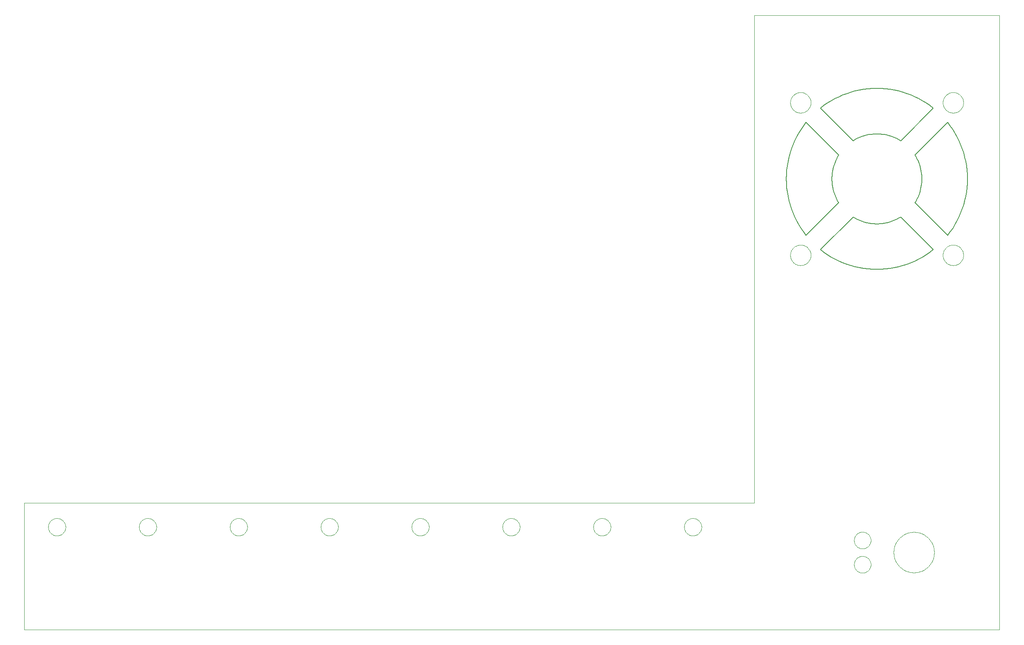
<source format=gko>
G75*
G70*
%OFA0B0*%
%FSLAX24Y24*%
%IPPOS*%
%LPD*%
%AMOC8*
5,1,8,0,0,1.08239X$1,22.5*
%
%ADD10C,0.0000*%
%ADD11C,0.0059*%
D10*
X000150Y000500D02*
X000150Y010975D01*
X060400Y010975D01*
X060400Y051225D01*
X080650Y051225D01*
X080650Y000500D01*
X000150Y000500D01*
X002119Y008975D02*
X002121Y009028D01*
X002127Y009081D01*
X002137Y009133D01*
X002150Y009185D01*
X002168Y009235D01*
X002189Y009284D01*
X002213Y009331D01*
X002241Y009376D01*
X002272Y009419D01*
X002307Y009459D01*
X002344Y009497D01*
X002384Y009532D01*
X002426Y009564D01*
X002471Y009593D01*
X002518Y009619D01*
X002566Y009641D01*
X002616Y009659D01*
X002667Y009673D01*
X002719Y009684D01*
X002772Y009691D01*
X002825Y009694D01*
X002878Y009693D01*
X002931Y009688D01*
X002983Y009679D01*
X003035Y009667D01*
X003085Y009650D01*
X003134Y009630D01*
X003182Y009606D01*
X003228Y009579D01*
X003271Y009549D01*
X003312Y009515D01*
X003351Y009479D01*
X003387Y009439D01*
X003420Y009398D01*
X003449Y009354D01*
X003476Y009307D01*
X003498Y009259D01*
X003518Y009210D01*
X003533Y009159D01*
X003545Y009107D01*
X003553Y009055D01*
X003557Y009002D01*
X003557Y008948D01*
X003553Y008895D01*
X003545Y008843D01*
X003533Y008791D01*
X003518Y008740D01*
X003498Y008691D01*
X003476Y008643D01*
X003449Y008596D01*
X003420Y008552D01*
X003387Y008511D01*
X003351Y008471D01*
X003312Y008435D01*
X003271Y008401D01*
X003228Y008371D01*
X003182Y008344D01*
X003134Y008320D01*
X003085Y008300D01*
X003035Y008283D01*
X002983Y008271D01*
X002931Y008262D01*
X002878Y008257D01*
X002825Y008256D01*
X002772Y008259D01*
X002719Y008266D01*
X002667Y008277D01*
X002616Y008291D01*
X002566Y008309D01*
X002518Y008331D01*
X002471Y008357D01*
X002426Y008386D01*
X002384Y008418D01*
X002344Y008453D01*
X002307Y008491D01*
X002272Y008531D01*
X002241Y008574D01*
X002213Y008619D01*
X002189Y008666D01*
X002168Y008715D01*
X002150Y008765D01*
X002137Y008817D01*
X002127Y008869D01*
X002121Y008922D01*
X002119Y008975D01*
X009619Y008975D02*
X009621Y009028D01*
X009627Y009081D01*
X009637Y009133D01*
X009650Y009185D01*
X009668Y009235D01*
X009689Y009284D01*
X009713Y009331D01*
X009741Y009376D01*
X009772Y009419D01*
X009807Y009459D01*
X009844Y009497D01*
X009884Y009532D01*
X009926Y009564D01*
X009971Y009593D01*
X010018Y009619D01*
X010066Y009641D01*
X010116Y009659D01*
X010167Y009673D01*
X010219Y009684D01*
X010272Y009691D01*
X010325Y009694D01*
X010378Y009693D01*
X010431Y009688D01*
X010483Y009679D01*
X010535Y009667D01*
X010585Y009650D01*
X010634Y009630D01*
X010682Y009606D01*
X010728Y009579D01*
X010771Y009549D01*
X010812Y009515D01*
X010851Y009479D01*
X010887Y009439D01*
X010920Y009398D01*
X010949Y009354D01*
X010976Y009307D01*
X010998Y009259D01*
X011018Y009210D01*
X011033Y009159D01*
X011045Y009107D01*
X011053Y009055D01*
X011057Y009002D01*
X011057Y008948D01*
X011053Y008895D01*
X011045Y008843D01*
X011033Y008791D01*
X011018Y008740D01*
X010998Y008691D01*
X010976Y008643D01*
X010949Y008596D01*
X010920Y008552D01*
X010887Y008511D01*
X010851Y008471D01*
X010812Y008435D01*
X010771Y008401D01*
X010728Y008371D01*
X010682Y008344D01*
X010634Y008320D01*
X010585Y008300D01*
X010535Y008283D01*
X010483Y008271D01*
X010431Y008262D01*
X010378Y008257D01*
X010325Y008256D01*
X010272Y008259D01*
X010219Y008266D01*
X010167Y008277D01*
X010116Y008291D01*
X010066Y008309D01*
X010018Y008331D01*
X009971Y008357D01*
X009926Y008386D01*
X009884Y008418D01*
X009844Y008453D01*
X009807Y008491D01*
X009772Y008531D01*
X009741Y008574D01*
X009713Y008619D01*
X009689Y008666D01*
X009668Y008715D01*
X009650Y008765D01*
X009637Y008817D01*
X009627Y008869D01*
X009621Y008922D01*
X009619Y008975D01*
X017119Y008975D02*
X017121Y009028D01*
X017127Y009081D01*
X017137Y009133D01*
X017150Y009185D01*
X017168Y009235D01*
X017189Y009284D01*
X017213Y009331D01*
X017241Y009376D01*
X017272Y009419D01*
X017307Y009459D01*
X017344Y009497D01*
X017384Y009532D01*
X017426Y009564D01*
X017471Y009593D01*
X017518Y009619D01*
X017566Y009641D01*
X017616Y009659D01*
X017667Y009673D01*
X017719Y009684D01*
X017772Y009691D01*
X017825Y009694D01*
X017878Y009693D01*
X017931Y009688D01*
X017983Y009679D01*
X018035Y009667D01*
X018085Y009650D01*
X018134Y009630D01*
X018182Y009606D01*
X018228Y009579D01*
X018271Y009549D01*
X018312Y009515D01*
X018351Y009479D01*
X018387Y009439D01*
X018420Y009398D01*
X018449Y009354D01*
X018476Y009307D01*
X018498Y009259D01*
X018518Y009210D01*
X018533Y009159D01*
X018545Y009107D01*
X018553Y009055D01*
X018557Y009002D01*
X018557Y008948D01*
X018553Y008895D01*
X018545Y008843D01*
X018533Y008791D01*
X018518Y008740D01*
X018498Y008691D01*
X018476Y008643D01*
X018449Y008596D01*
X018420Y008552D01*
X018387Y008511D01*
X018351Y008471D01*
X018312Y008435D01*
X018271Y008401D01*
X018228Y008371D01*
X018182Y008344D01*
X018134Y008320D01*
X018085Y008300D01*
X018035Y008283D01*
X017983Y008271D01*
X017931Y008262D01*
X017878Y008257D01*
X017825Y008256D01*
X017772Y008259D01*
X017719Y008266D01*
X017667Y008277D01*
X017616Y008291D01*
X017566Y008309D01*
X017518Y008331D01*
X017471Y008357D01*
X017426Y008386D01*
X017384Y008418D01*
X017344Y008453D01*
X017307Y008491D01*
X017272Y008531D01*
X017241Y008574D01*
X017213Y008619D01*
X017189Y008666D01*
X017168Y008715D01*
X017150Y008765D01*
X017137Y008817D01*
X017127Y008869D01*
X017121Y008922D01*
X017119Y008975D01*
X024619Y008975D02*
X024621Y009028D01*
X024627Y009081D01*
X024637Y009133D01*
X024650Y009185D01*
X024668Y009235D01*
X024689Y009284D01*
X024713Y009331D01*
X024741Y009376D01*
X024772Y009419D01*
X024807Y009459D01*
X024844Y009497D01*
X024884Y009532D01*
X024926Y009564D01*
X024971Y009593D01*
X025018Y009619D01*
X025066Y009641D01*
X025116Y009659D01*
X025167Y009673D01*
X025219Y009684D01*
X025272Y009691D01*
X025325Y009694D01*
X025378Y009693D01*
X025431Y009688D01*
X025483Y009679D01*
X025535Y009667D01*
X025585Y009650D01*
X025634Y009630D01*
X025682Y009606D01*
X025728Y009579D01*
X025771Y009549D01*
X025812Y009515D01*
X025851Y009479D01*
X025887Y009439D01*
X025920Y009398D01*
X025949Y009354D01*
X025976Y009307D01*
X025998Y009259D01*
X026018Y009210D01*
X026033Y009159D01*
X026045Y009107D01*
X026053Y009055D01*
X026057Y009002D01*
X026057Y008948D01*
X026053Y008895D01*
X026045Y008843D01*
X026033Y008791D01*
X026018Y008740D01*
X025998Y008691D01*
X025976Y008643D01*
X025949Y008596D01*
X025920Y008552D01*
X025887Y008511D01*
X025851Y008471D01*
X025812Y008435D01*
X025771Y008401D01*
X025728Y008371D01*
X025682Y008344D01*
X025634Y008320D01*
X025585Y008300D01*
X025535Y008283D01*
X025483Y008271D01*
X025431Y008262D01*
X025378Y008257D01*
X025325Y008256D01*
X025272Y008259D01*
X025219Y008266D01*
X025167Y008277D01*
X025116Y008291D01*
X025066Y008309D01*
X025018Y008331D01*
X024971Y008357D01*
X024926Y008386D01*
X024884Y008418D01*
X024844Y008453D01*
X024807Y008491D01*
X024772Y008531D01*
X024741Y008574D01*
X024713Y008619D01*
X024689Y008666D01*
X024668Y008715D01*
X024650Y008765D01*
X024637Y008817D01*
X024627Y008869D01*
X024621Y008922D01*
X024619Y008975D01*
X032119Y008975D02*
X032121Y009028D01*
X032127Y009081D01*
X032137Y009133D01*
X032150Y009185D01*
X032168Y009235D01*
X032189Y009284D01*
X032213Y009331D01*
X032241Y009376D01*
X032272Y009419D01*
X032307Y009459D01*
X032344Y009497D01*
X032384Y009532D01*
X032426Y009564D01*
X032471Y009593D01*
X032518Y009619D01*
X032566Y009641D01*
X032616Y009659D01*
X032667Y009673D01*
X032719Y009684D01*
X032772Y009691D01*
X032825Y009694D01*
X032878Y009693D01*
X032931Y009688D01*
X032983Y009679D01*
X033035Y009667D01*
X033085Y009650D01*
X033134Y009630D01*
X033182Y009606D01*
X033228Y009579D01*
X033271Y009549D01*
X033312Y009515D01*
X033351Y009479D01*
X033387Y009439D01*
X033420Y009398D01*
X033449Y009354D01*
X033476Y009307D01*
X033498Y009259D01*
X033518Y009210D01*
X033533Y009159D01*
X033545Y009107D01*
X033553Y009055D01*
X033557Y009002D01*
X033557Y008948D01*
X033553Y008895D01*
X033545Y008843D01*
X033533Y008791D01*
X033518Y008740D01*
X033498Y008691D01*
X033476Y008643D01*
X033449Y008596D01*
X033420Y008552D01*
X033387Y008511D01*
X033351Y008471D01*
X033312Y008435D01*
X033271Y008401D01*
X033228Y008371D01*
X033182Y008344D01*
X033134Y008320D01*
X033085Y008300D01*
X033035Y008283D01*
X032983Y008271D01*
X032931Y008262D01*
X032878Y008257D01*
X032825Y008256D01*
X032772Y008259D01*
X032719Y008266D01*
X032667Y008277D01*
X032616Y008291D01*
X032566Y008309D01*
X032518Y008331D01*
X032471Y008357D01*
X032426Y008386D01*
X032384Y008418D01*
X032344Y008453D01*
X032307Y008491D01*
X032272Y008531D01*
X032241Y008574D01*
X032213Y008619D01*
X032189Y008666D01*
X032168Y008715D01*
X032150Y008765D01*
X032137Y008817D01*
X032127Y008869D01*
X032121Y008922D01*
X032119Y008975D01*
X039619Y008975D02*
X039621Y009028D01*
X039627Y009081D01*
X039637Y009133D01*
X039650Y009185D01*
X039668Y009235D01*
X039689Y009284D01*
X039713Y009331D01*
X039741Y009376D01*
X039772Y009419D01*
X039807Y009459D01*
X039844Y009497D01*
X039884Y009532D01*
X039926Y009564D01*
X039971Y009593D01*
X040018Y009619D01*
X040066Y009641D01*
X040116Y009659D01*
X040167Y009673D01*
X040219Y009684D01*
X040272Y009691D01*
X040325Y009694D01*
X040378Y009693D01*
X040431Y009688D01*
X040483Y009679D01*
X040535Y009667D01*
X040585Y009650D01*
X040634Y009630D01*
X040682Y009606D01*
X040728Y009579D01*
X040771Y009549D01*
X040812Y009515D01*
X040851Y009479D01*
X040887Y009439D01*
X040920Y009398D01*
X040949Y009354D01*
X040976Y009307D01*
X040998Y009259D01*
X041018Y009210D01*
X041033Y009159D01*
X041045Y009107D01*
X041053Y009055D01*
X041057Y009002D01*
X041057Y008948D01*
X041053Y008895D01*
X041045Y008843D01*
X041033Y008791D01*
X041018Y008740D01*
X040998Y008691D01*
X040976Y008643D01*
X040949Y008596D01*
X040920Y008552D01*
X040887Y008511D01*
X040851Y008471D01*
X040812Y008435D01*
X040771Y008401D01*
X040728Y008371D01*
X040682Y008344D01*
X040634Y008320D01*
X040585Y008300D01*
X040535Y008283D01*
X040483Y008271D01*
X040431Y008262D01*
X040378Y008257D01*
X040325Y008256D01*
X040272Y008259D01*
X040219Y008266D01*
X040167Y008277D01*
X040116Y008291D01*
X040066Y008309D01*
X040018Y008331D01*
X039971Y008357D01*
X039926Y008386D01*
X039884Y008418D01*
X039844Y008453D01*
X039807Y008491D01*
X039772Y008531D01*
X039741Y008574D01*
X039713Y008619D01*
X039689Y008666D01*
X039668Y008715D01*
X039650Y008765D01*
X039637Y008817D01*
X039627Y008869D01*
X039621Y008922D01*
X039619Y008975D01*
X047119Y008975D02*
X047121Y009028D01*
X047127Y009081D01*
X047137Y009133D01*
X047150Y009185D01*
X047168Y009235D01*
X047189Y009284D01*
X047213Y009331D01*
X047241Y009376D01*
X047272Y009419D01*
X047307Y009459D01*
X047344Y009497D01*
X047384Y009532D01*
X047426Y009564D01*
X047471Y009593D01*
X047518Y009619D01*
X047566Y009641D01*
X047616Y009659D01*
X047667Y009673D01*
X047719Y009684D01*
X047772Y009691D01*
X047825Y009694D01*
X047878Y009693D01*
X047931Y009688D01*
X047983Y009679D01*
X048035Y009667D01*
X048085Y009650D01*
X048134Y009630D01*
X048182Y009606D01*
X048228Y009579D01*
X048271Y009549D01*
X048312Y009515D01*
X048351Y009479D01*
X048387Y009439D01*
X048420Y009398D01*
X048449Y009354D01*
X048476Y009307D01*
X048498Y009259D01*
X048518Y009210D01*
X048533Y009159D01*
X048545Y009107D01*
X048553Y009055D01*
X048557Y009002D01*
X048557Y008948D01*
X048553Y008895D01*
X048545Y008843D01*
X048533Y008791D01*
X048518Y008740D01*
X048498Y008691D01*
X048476Y008643D01*
X048449Y008596D01*
X048420Y008552D01*
X048387Y008511D01*
X048351Y008471D01*
X048312Y008435D01*
X048271Y008401D01*
X048228Y008371D01*
X048182Y008344D01*
X048134Y008320D01*
X048085Y008300D01*
X048035Y008283D01*
X047983Y008271D01*
X047931Y008262D01*
X047878Y008257D01*
X047825Y008256D01*
X047772Y008259D01*
X047719Y008266D01*
X047667Y008277D01*
X047616Y008291D01*
X047566Y008309D01*
X047518Y008331D01*
X047471Y008357D01*
X047426Y008386D01*
X047384Y008418D01*
X047344Y008453D01*
X047307Y008491D01*
X047272Y008531D01*
X047241Y008574D01*
X047213Y008619D01*
X047189Y008666D01*
X047168Y008715D01*
X047150Y008765D01*
X047137Y008817D01*
X047127Y008869D01*
X047121Y008922D01*
X047119Y008975D01*
X054619Y008975D02*
X054621Y009028D01*
X054627Y009081D01*
X054637Y009133D01*
X054650Y009185D01*
X054668Y009235D01*
X054689Y009284D01*
X054713Y009331D01*
X054741Y009376D01*
X054772Y009419D01*
X054807Y009459D01*
X054844Y009497D01*
X054884Y009532D01*
X054926Y009564D01*
X054971Y009593D01*
X055018Y009619D01*
X055066Y009641D01*
X055116Y009659D01*
X055167Y009673D01*
X055219Y009684D01*
X055272Y009691D01*
X055325Y009694D01*
X055378Y009693D01*
X055431Y009688D01*
X055483Y009679D01*
X055535Y009667D01*
X055585Y009650D01*
X055634Y009630D01*
X055682Y009606D01*
X055728Y009579D01*
X055771Y009549D01*
X055812Y009515D01*
X055851Y009479D01*
X055887Y009439D01*
X055920Y009398D01*
X055949Y009354D01*
X055976Y009307D01*
X055998Y009259D01*
X056018Y009210D01*
X056033Y009159D01*
X056045Y009107D01*
X056053Y009055D01*
X056057Y009002D01*
X056057Y008948D01*
X056053Y008895D01*
X056045Y008843D01*
X056033Y008791D01*
X056018Y008740D01*
X055998Y008691D01*
X055976Y008643D01*
X055949Y008596D01*
X055920Y008552D01*
X055887Y008511D01*
X055851Y008471D01*
X055812Y008435D01*
X055771Y008401D01*
X055728Y008371D01*
X055682Y008344D01*
X055634Y008320D01*
X055585Y008300D01*
X055535Y008283D01*
X055483Y008271D01*
X055431Y008262D01*
X055378Y008257D01*
X055325Y008256D01*
X055272Y008259D01*
X055219Y008266D01*
X055167Y008277D01*
X055116Y008291D01*
X055066Y008309D01*
X055018Y008331D01*
X054971Y008357D01*
X054926Y008386D01*
X054884Y008418D01*
X054844Y008453D01*
X054807Y008491D01*
X054772Y008531D01*
X054741Y008574D01*
X054713Y008619D01*
X054689Y008666D01*
X054668Y008715D01*
X054650Y008765D01*
X054637Y008817D01*
X054627Y008869D01*
X054621Y008922D01*
X054619Y008975D01*
X068649Y007875D02*
X068651Y007927D01*
X068657Y007979D01*
X068667Y008030D01*
X068680Y008080D01*
X068698Y008130D01*
X068719Y008177D01*
X068743Y008223D01*
X068772Y008267D01*
X068803Y008309D01*
X068837Y008348D01*
X068874Y008385D01*
X068914Y008418D01*
X068957Y008449D01*
X069001Y008476D01*
X069047Y008500D01*
X069096Y008520D01*
X069145Y008536D01*
X069196Y008549D01*
X069247Y008558D01*
X069299Y008563D01*
X069351Y008564D01*
X069403Y008561D01*
X069455Y008554D01*
X069506Y008543D01*
X069556Y008529D01*
X069605Y008510D01*
X069652Y008488D01*
X069697Y008463D01*
X069741Y008434D01*
X069782Y008402D01*
X069821Y008367D01*
X069856Y008329D01*
X069889Y008288D01*
X069919Y008246D01*
X069945Y008201D01*
X069968Y008154D01*
X069987Y008105D01*
X070003Y008055D01*
X070015Y008005D01*
X070023Y007953D01*
X070027Y007901D01*
X070027Y007849D01*
X070023Y007797D01*
X070015Y007745D01*
X070003Y007695D01*
X069987Y007645D01*
X069968Y007596D01*
X069945Y007549D01*
X069919Y007504D01*
X069889Y007462D01*
X069856Y007421D01*
X069821Y007383D01*
X069782Y007348D01*
X069741Y007316D01*
X069697Y007287D01*
X069652Y007262D01*
X069605Y007240D01*
X069556Y007221D01*
X069506Y007207D01*
X069455Y007196D01*
X069403Y007189D01*
X069351Y007186D01*
X069299Y007187D01*
X069247Y007192D01*
X069196Y007201D01*
X069145Y007214D01*
X069096Y007230D01*
X069047Y007250D01*
X069001Y007274D01*
X068957Y007301D01*
X068914Y007332D01*
X068874Y007365D01*
X068837Y007402D01*
X068803Y007441D01*
X068772Y007483D01*
X068743Y007527D01*
X068719Y007573D01*
X068698Y007620D01*
X068680Y007670D01*
X068667Y007720D01*
X068657Y007771D01*
X068651Y007823D01*
X068649Y007875D01*
X068649Y005875D02*
X068651Y005927D01*
X068657Y005979D01*
X068667Y006030D01*
X068680Y006080D01*
X068698Y006130D01*
X068719Y006177D01*
X068743Y006223D01*
X068772Y006267D01*
X068803Y006309D01*
X068837Y006348D01*
X068874Y006385D01*
X068914Y006418D01*
X068957Y006449D01*
X069001Y006476D01*
X069047Y006500D01*
X069096Y006520D01*
X069145Y006536D01*
X069196Y006549D01*
X069247Y006558D01*
X069299Y006563D01*
X069351Y006564D01*
X069403Y006561D01*
X069455Y006554D01*
X069506Y006543D01*
X069556Y006529D01*
X069605Y006510D01*
X069652Y006488D01*
X069697Y006463D01*
X069741Y006434D01*
X069782Y006402D01*
X069821Y006367D01*
X069856Y006329D01*
X069889Y006288D01*
X069919Y006246D01*
X069945Y006201D01*
X069968Y006154D01*
X069987Y006105D01*
X070003Y006055D01*
X070015Y006005D01*
X070023Y005953D01*
X070027Y005901D01*
X070027Y005849D01*
X070023Y005797D01*
X070015Y005745D01*
X070003Y005695D01*
X069987Y005645D01*
X069968Y005596D01*
X069945Y005549D01*
X069919Y005504D01*
X069889Y005462D01*
X069856Y005421D01*
X069821Y005383D01*
X069782Y005348D01*
X069741Y005316D01*
X069697Y005287D01*
X069652Y005262D01*
X069605Y005240D01*
X069556Y005221D01*
X069506Y005207D01*
X069455Y005196D01*
X069403Y005189D01*
X069351Y005186D01*
X069299Y005187D01*
X069247Y005192D01*
X069196Y005201D01*
X069145Y005214D01*
X069096Y005230D01*
X069047Y005250D01*
X069001Y005274D01*
X068957Y005301D01*
X068914Y005332D01*
X068874Y005365D01*
X068837Y005402D01*
X068803Y005441D01*
X068772Y005483D01*
X068743Y005527D01*
X068719Y005573D01*
X068698Y005620D01*
X068680Y005670D01*
X068667Y005720D01*
X068657Y005771D01*
X068651Y005823D01*
X068649Y005875D01*
X071915Y006883D02*
X071917Y006965D01*
X071923Y007047D01*
X071933Y007128D01*
X071947Y007209D01*
X071965Y007290D01*
X071987Y007369D01*
X072013Y007447D01*
X072042Y007523D01*
X072076Y007598D01*
X072113Y007672D01*
X072153Y007743D01*
X072197Y007812D01*
X072244Y007880D01*
X072295Y007944D01*
X072348Y008007D01*
X072405Y008066D01*
X072464Y008123D01*
X072527Y008176D01*
X072591Y008227D01*
X072659Y008274D01*
X072728Y008318D01*
X072799Y008358D01*
X072873Y008395D01*
X072948Y008429D01*
X073024Y008458D01*
X073102Y008484D01*
X073181Y008506D01*
X073262Y008524D01*
X073343Y008538D01*
X073424Y008548D01*
X073506Y008554D01*
X073588Y008556D01*
X073670Y008554D01*
X073752Y008548D01*
X073833Y008538D01*
X073914Y008524D01*
X073995Y008506D01*
X074074Y008484D01*
X074152Y008458D01*
X074228Y008429D01*
X074303Y008395D01*
X074377Y008358D01*
X074448Y008318D01*
X074517Y008274D01*
X074585Y008227D01*
X074649Y008176D01*
X074712Y008123D01*
X074771Y008066D01*
X074828Y008007D01*
X074881Y007944D01*
X074932Y007880D01*
X074979Y007812D01*
X075023Y007743D01*
X075063Y007672D01*
X075100Y007598D01*
X075134Y007523D01*
X075163Y007447D01*
X075189Y007369D01*
X075211Y007290D01*
X075229Y007209D01*
X075243Y007128D01*
X075253Y007047D01*
X075259Y006965D01*
X075261Y006883D01*
X075259Y006801D01*
X075253Y006719D01*
X075243Y006638D01*
X075229Y006557D01*
X075211Y006476D01*
X075189Y006397D01*
X075163Y006319D01*
X075134Y006243D01*
X075100Y006168D01*
X075063Y006094D01*
X075023Y006023D01*
X074979Y005954D01*
X074932Y005886D01*
X074881Y005822D01*
X074828Y005759D01*
X074771Y005700D01*
X074712Y005643D01*
X074649Y005590D01*
X074585Y005539D01*
X074517Y005492D01*
X074448Y005448D01*
X074377Y005408D01*
X074303Y005371D01*
X074228Y005337D01*
X074152Y005308D01*
X074074Y005282D01*
X073995Y005260D01*
X073914Y005242D01*
X073833Y005228D01*
X073752Y005218D01*
X073670Y005212D01*
X073588Y005210D01*
X073506Y005212D01*
X073424Y005218D01*
X073343Y005228D01*
X073262Y005242D01*
X073181Y005260D01*
X073102Y005282D01*
X073024Y005308D01*
X072948Y005337D01*
X072873Y005371D01*
X072799Y005408D01*
X072728Y005448D01*
X072659Y005492D01*
X072591Y005539D01*
X072527Y005590D01*
X072464Y005643D01*
X072405Y005700D01*
X072348Y005759D01*
X072295Y005822D01*
X072244Y005886D01*
X072197Y005954D01*
X072153Y006023D01*
X072113Y006094D01*
X072076Y006168D01*
X072042Y006243D01*
X072013Y006319D01*
X071987Y006397D01*
X071965Y006476D01*
X071947Y006557D01*
X071933Y006638D01*
X071923Y006719D01*
X071917Y006801D01*
X071915Y006883D01*
X075978Y031426D02*
X075980Y031484D01*
X075986Y031541D01*
X075996Y031598D01*
X076009Y031654D01*
X076027Y031709D01*
X076048Y031763D01*
X076073Y031815D01*
X076101Y031866D01*
X076133Y031914D01*
X076168Y031960D01*
X076206Y032003D01*
X076247Y032044D01*
X076290Y032082D01*
X076336Y032117D01*
X076384Y032149D01*
X076435Y032177D01*
X076487Y032202D01*
X076541Y032223D01*
X076596Y032241D01*
X076652Y032254D01*
X076709Y032264D01*
X076766Y032270D01*
X076824Y032272D01*
X076882Y032270D01*
X076939Y032264D01*
X076996Y032254D01*
X077052Y032241D01*
X077107Y032223D01*
X077161Y032202D01*
X077213Y032177D01*
X077264Y032149D01*
X077312Y032117D01*
X077358Y032082D01*
X077401Y032044D01*
X077442Y032003D01*
X077480Y031960D01*
X077515Y031914D01*
X077547Y031866D01*
X077575Y031815D01*
X077600Y031763D01*
X077621Y031709D01*
X077639Y031654D01*
X077652Y031598D01*
X077662Y031541D01*
X077668Y031484D01*
X077670Y031426D01*
X077668Y031368D01*
X077662Y031311D01*
X077652Y031254D01*
X077639Y031198D01*
X077621Y031143D01*
X077600Y031089D01*
X077575Y031037D01*
X077547Y030986D01*
X077515Y030938D01*
X077480Y030892D01*
X077442Y030849D01*
X077401Y030808D01*
X077358Y030770D01*
X077312Y030735D01*
X077264Y030703D01*
X077213Y030675D01*
X077161Y030650D01*
X077107Y030629D01*
X077052Y030611D01*
X076996Y030598D01*
X076939Y030588D01*
X076882Y030582D01*
X076824Y030580D01*
X076766Y030582D01*
X076709Y030588D01*
X076652Y030598D01*
X076596Y030611D01*
X076541Y030629D01*
X076487Y030650D01*
X076435Y030675D01*
X076384Y030703D01*
X076336Y030735D01*
X076290Y030770D01*
X076247Y030808D01*
X076206Y030849D01*
X076168Y030892D01*
X076133Y030938D01*
X076101Y030986D01*
X076073Y031037D01*
X076048Y031089D01*
X076027Y031143D01*
X076009Y031198D01*
X075996Y031254D01*
X075986Y031311D01*
X075980Y031368D01*
X075978Y031426D01*
X063380Y031426D02*
X063382Y031484D01*
X063388Y031541D01*
X063398Y031598D01*
X063411Y031654D01*
X063429Y031709D01*
X063450Y031763D01*
X063475Y031815D01*
X063503Y031866D01*
X063535Y031914D01*
X063570Y031960D01*
X063608Y032003D01*
X063649Y032044D01*
X063692Y032082D01*
X063738Y032117D01*
X063786Y032149D01*
X063837Y032177D01*
X063889Y032202D01*
X063943Y032223D01*
X063998Y032241D01*
X064054Y032254D01*
X064111Y032264D01*
X064168Y032270D01*
X064226Y032272D01*
X064284Y032270D01*
X064341Y032264D01*
X064398Y032254D01*
X064454Y032241D01*
X064509Y032223D01*
X064563Y032202D01*
X064615Y032177D01*
X064666Y032149D01*
X064714Y032117D01*
X064760Y032082D01*
X064803Y032044D01*
X064844Y032003D01*
X064882Y031960D01*
X064917Y031914D01*
X064949Y031866D01*
X064977Y031815D01*
X065002Y031763D01*
X065023Y031709D01*
X065041Y031654D01*
X065054Y031598D01*
X065064Y031541D01*
X065070Y031484D01*
X065072Y031426D01*
X065070Y031368D01*
X065064Y031311D01*
X065054Y031254D01*
X065041Y031198D01*
X065023Y031143D01*
X065002Y031089D01*
X064977Y031037D01*
X064949Y030986D01*
X064917Y030938D01*
X064882Y030892D01*
X064844Y030849D01*
X064803Y030808D01*
X064760Y030770D01*
X064714Y030735D01*
X064666Y030703D01*
X064615Y030675D01*
X064563Y030650D01*
X064509Y030629D01*
X064454Y030611D01*
X064398Y030598D01*
X064341Y030588D01*
X064284Y030582D01*
X064226Y030580D01*
X064168Y030582D01*
X064111Y030588D01*
X064054Y030598D01*
X063998Y030611D01*
X063943Y030629D01*
X063889Y030650D01*
X063837Y030675D01*
X063786Y030703D01*
X063738Y030735D01*
X063692Y030770D01*
X063649Y030808D01*
X063608Y030849D01*
X063570Y030892D01*
X063535Y030938D01*
X063503Y030986D01*
X063475Y031037D01*
X063450Y031089D01*
X063429Y031143D01*
X063411Y031198D01*
X063398Y031254D01*
X063388Y031311D01*
X063382Y031368D01*
X063380Y031426D01*
X063380Y044024D02*
X063382Y044082D01*
X063388Y044139D01*
X063398Y044196D01*
X063411Y044252D01*
X063429Y044307D01*
X063450Y044361D01*
X063475Y044413D01*
X063503Y044464D01*
X063535Y044512D01*
X063570Y044558D01*
X063608Y044601D01*
X063649Y044642D01*
X063692Y044680D01*
X063738Y044715D01*
X063786Y044747D01*
X063837Y044775D01*
X063889Y044800D01*
X063943Y044821D01*
X063998Y044839D01*
X064054Y044852D01*
X064111Y044862D01*
X064168Y044868D01*
X064226Y044870D01*
X064284Y044868D01*
X064341Y044862D01*
X064398Y044852D01*
X064454Y044839D01*
X064509Y044821D01*
X064563Y044800D01*
X064615Y044775D01*
X064666Y044747D01*
X064714Y044715D01*
X064760Y044680D01*
X064803Y044642D01*
X064844Y044601D01*
X064882Y044558D01*
X064917Y044512D01*
X064949Y044464D01*
X064977Y044413D01*
X065002Y044361D01*
X065023Y044307D01*
X065041Y044252D01*
X065054Y044196D01*
X065064Y044139D01*
X065070Y044082D01*
X065072Y044024D01*
X065070Y043966D01*
X065064Y043909D01*
X065054Y043852D01*
X065041Y043796D01*
X065023Y043741D01*
X065002Y043687D01*
X064977Y043635D01*
X064949Y043584D01*
X064917Y043536D01*
X064882Y043490D01*
X064844Y043447D01*
X064803Y043406D01*
X064760Y043368D01*
X064714Y043333D01*
X064666Y043301D01*
X064615Y043273D01*
X064563Y043248D01*
X064509Y043227D01*
X064454Y043209D01*
X064398Y043196D01*
X064341Y043186D01*
X064284Y043180D01*
X064226Y043178D01*
X064168Y043180D01*
X064111Y043186D01*
X064054Y043196D01*
X063998Y043209D01*
X063943Y043227D01*
X063889Y043248D01*
X063837Y043273D01*
X063786Y043301D01*
X063738Y043333D01*
X063692Y043368D01*
X063649Y043406D01*
X063608Y043447D01*
X063570Y043490D01*
X063535Y043536D01*
X063503Y043584D01*
X063475Y043635D01*
X063450Y043687D01*
X063429Y043741D01*
X063411Y043796D01*
X063398Y043852D01*
X063388Y043909D01*
X063382Y043966D01*
X063380Y044024D01*
X075978Y044024D02*
X075980Y044082D01*
X075986Y044139D01*
X075996Y044196D01*
X076009Y044252D01*
X076027Y044307D01*
X076048Y044361D01*
X076073Y044413D01*
X076101Y044464D01*
X076133Y044512D01*
X076168Y044558D01*
X076206Y044601D01*
X076247Y044642D01*
X076290Y044680D01*
X076336Y044715D01*
X076384Y044747D01*
X076435Y044775D01*
X076487Y044800D01*
X076541Y044821D01*
X076596Y044839D01*
X076652Y044852D01*
X076709Y044862D01*
X076766Y044868D01*
X076824Y044870D01*
X076882Y044868D01*
X076939Y044862D01*
X076996Y044852D01*
X077052Y044839D01*
X077107Y044821D01*
X077161Y044800D01*
X077213Y044775D01*
X077264Y044747D01*
X077312Y044715D01*
X077358Y044680D01*
X077401Y044642D01*
X077442Y044601D01*
X077480Y044558D01*
X077515Y044512D01*
X077547Y044464D01*
X077575Y044413D01*
X077600Y044361D01*
X077621Y044307D01*
X077639Y044252D01*
X077652Y044196D01*
X077662Y044139D01*
X077668Y044082D01*
X077670Y044024D01*
X077668Y043966D01*
X077662Y043909D01*
X077652Y043852D01*
X077639Y043796D01*
X077621Y043741D01*
X077600Y043687D01*
X077575Y043635D01*
X077547Y043584D01*
X077515Y043536D01*
X077480Y043490D01*
X077442Y043447D01*
X077401Y043406D01*
X077358Y043368D01*
X077312Y043333D01*
X077264Y043301D01*
X077213Y043273D01*
X077161Y043248D01*
X077107Y043227D01*
X077052Y043209D01*
X076996Y043196D01*
X076939Y043186D01*
X076882Y043180D01*
X076824Y043178D01*
X076766Y043180D01*
X076709Y043186D01*
X076652Y043196D01*
X076596Y043209D01*
X076541Y043227D01*
X076487Y043248D01*
X076435Y043273D01*
X076384Y043301D01*
X076336Y043333D01*
X076290Y043368D01*
X076247Y043406D01*
X076206Y043447D01*
X076168Y043490D01*
X076133Y043536D01*
X076101Y043584D01*
X076073Y043635D01*
X076048Y043687D01*
X076027Y043741D01*
X076009Y043796D01*
X075996Y043852D01*
X075986Y043909D01*
X075980Y043966D01*
X075978Y044024D01*
D11*
X075187Y043568D02*
X072494Y040875D01*
X073675Y039694D02*
X076368Y042387D01*
X076585Y042101D01*
X076789Y041804D01*
X076978Y041498D01*
X077152Y041184D01*
X077310Y040861D01*
X077453Y040531D01*
X077580Y040195D01*
X077691Y039853D01*
X077785Y039506D01*
X077862Y039154D01*
X077922Y038800D01*
X077965Y038443D01*
X077991Y038084D01*
X078000Y037725D01*
X077991Y037366D01*
X077965Y037007D01*
X077922Y036650D01*
X077862Y036296D01*
X077785Y035944D01*
X077691Y035597D01*
X077580Y035255D01*
X077453Y034919D01*
X077310Y034589D01*
X077152Y034266D01*
X076978Y033952D01*
X076789Y033646D01*
X076585Y033349D01*
X076368Y033063D01*
X073675Y035756D01*
X072494Y034575D02*
X075187Y031882D01*
X068556Y034575D02*
X065863Y031882D01*
X064682Y033063D02*
X067375Y035756D01*
X065863Y043568D02*
X066149Y043785D01*
X066446Y043989D01*
X066752Y044178D01*
X067066Y044352D01*
X067389Y044510D01*
X067719Y044653D01*
X068055Y044780D01*
X068397Y044891D01*
X068744Y044985D01*
X069096Y045062D01*
X069450Y045122D01*
X069807Y045165D01*
X070166Y045191D01*
X070525Y045200D01*
X070884Y045191D01*
X071243Y045165D01*
X071600Y045122D01*
X071954Y045062D01*
X072306Y044985D01*
X072653Y044891D01*
X072995Y044780D01*
X073331Y044653D01*
X073661Y044510D01*
X073984Y044352D01*
X074298Y044178D01*
X074604Y043989D01*
X074901Y043785D01*
X075187Y043568D01*
X068556Y040875D02*
X065863Y043568D01*
X064682Y042387D02*
X067375Y039694D01*
X064682Y042387D02*
X064465Y042101D01*
X064261Y041804D01*
X064072Y041498D01*
X063898Y041184D01*
X063740Y040861D01*
X063597Y040531D01*
X063470Y040195D01*
X063359Y039853D01*
X063265Y039506D01*
X063188Y039154D01*
X063128Y038800D01*
X063085Y038443D01*
X063059Y038084D01*
X063050Y037725D01*
X063059Y037366D01*
X063085Y037007D01*
X063128Y036650D01*
X063188Y036296D01*
X063265Y035944D01*
X063359Y035597D01*
X063470Y035255D01*
X063597Y034919D01*
X063740Y034589D01*
X063898Y034266D01*
X064072Y033952D01*
X064261Y033646D01*
X064465Y033349D01*
X064682Y033063D01*
X073674Y035757D02*
X073766Y035912D01*
X073851Y036071D01*
X073927Y036235D01*
X073995Y036402D01*
X074055Y036572D01*
X074107Y036745D01*
X074151Y036920D01*
X074185Y037097D01*
X074212Y037275D01*
X074229Y037455D01*
X074238Y037635D01*
X074238Y037815D01*
X074229Y037995D01*
X074212Y038175D01*
X074185Y038353D01*
X074151Y038530D01*
X074107Y038705D01*
X074055Y038878D01*
X073995Y039048D01*
X073927Y039215D01*
X073851Y039379D01*
X073766Y039538D01*
X073674Y039693D01*
X075187Y031882D02*
X074901Y031665D01*
X074604Y031461D01*
X074298Y031272D01*
X073984Y031098D01*
X073661Y030940D01*
X073331Y030797D01*
X072995Y030670D01*
X072653Y030559D01*
X072306Y030465D01*
X071954Y030388D01*
X071600Y030328D01*
X071243Y030285D01*
X070884Y030259D01*
X070525Y030250D01*
X070166Y030259D01*
X069807Y030285D01*
X069450Y030328D01*
X069096Y030388D01*
X068744Y030465D01*
X068397Y030559D01*
X068055Y030670D01*
X067719Y030797D01*
X067389Y030940D01*
X067066Y031098D01*
X066752Y031272D01*
X066446Y031461D01*
X066149Y031665D01*
X065863Y031882D01*
X068557Y040874D02*
X068712Y040966D01*
X068871Y041051D01*
X069035Y041127D01*
X069202Y041195D01*
X069372Y041255D01*
X069545Y041307D01*
X069720Y041351D01*
X069897Y041385D01*
X070075Y041412D01*
X070255Y041429D01*
X070435Y041438D01*
X070615Y041438D01*
X070795Y041429D01*
X070975Y041412D01*
X071153Y041385D01*
X071330Y041351D01*
X071505Y041307D01*
X071678Y041255D01*
X071848Y041195D01*
X072015Y041127D01*
X072179Y041051D01*
X072338Y040966D01*
X072493Y040874D01*
X067376Y039693D02*
X067284Y039538D01*
X067199Y039379D01*
X067123Y039215D01*
X067055Y039048D01*
X066995Y038878D01*
X066943Y038705D01*
X066899Y038530D01*
X066865Y038353D01*
X066838Y038175D01*
X066821Y037995D01*
X066812Y037815D01*
X066812Y037635D01*
X066821Y037455D01*
X066838Y037275D01*
X066865Y037097D01*
X066899Y036920D01*
X066943Y036745D01*
X066995Y036572D01*
X067055Y036402D01*
X067123Y036235D01*
X067199Y036071D01*
X067284Y035912D01*
X067376Y035757D01*
X068557Y034576D02*
X068712Y034484D01*
X068871Y034399D01*
X069035Y034323D01*
X069202Y034255D01*
X069372Y034195D01*
X069545Y034143D01*
X069720Y034099D01*
X069897Y034065D01*
X070075Y034038D01*
X070255Y034021D01*
X070435Y034012D01*
X070615Y034012D01*
X070795Y034021D01*
X070975Y034038D01*
X071153Y034065D01*
X071330Y034099D01*
X071505Y034143D01*
X071678Y034195D01*
X071848Y034255D01*
X072015Y034323D01*
X072179Y034399D01*
X072338Y034484D01*
X072493Y034576D01*
M02*

</source>
